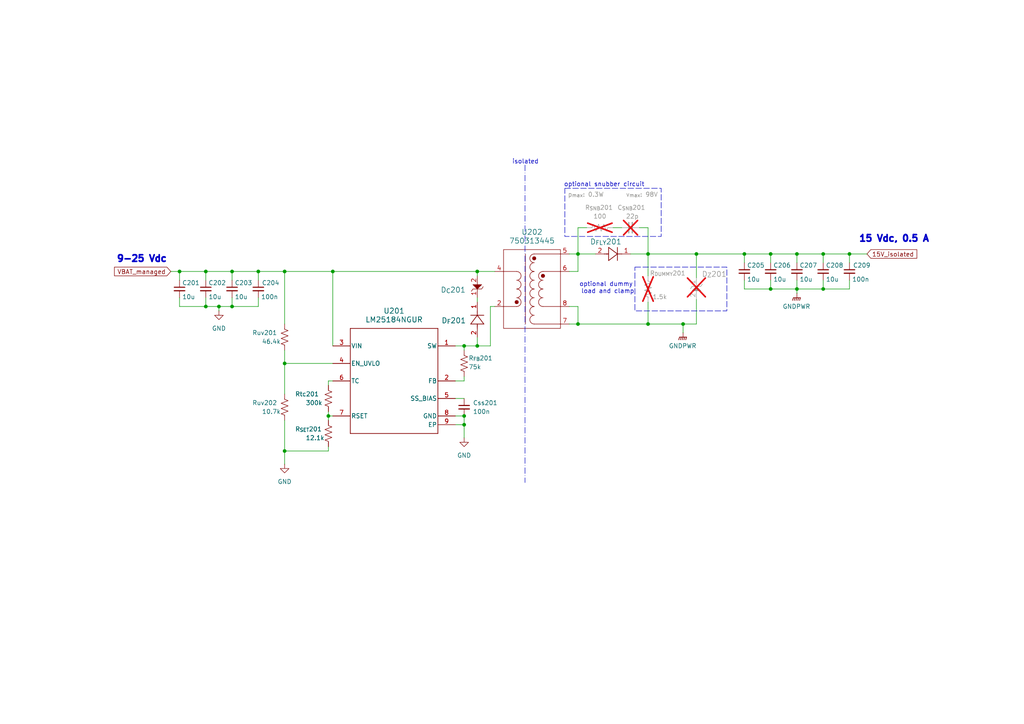
<source format=kicad_sch>
(kicad_sch (version 20231120) (generator "eeschema") (generator_version "8.0")
  (paper "A4")
  (lib_symbols
    (symbol "Device:C_Small" (pin_numbers hide) (pin_names (offset 0.254) hide)
      (property "Reference" "C" (at 0.254 1.778 0))
      (property "Value" "C_Small" (at 0.254 -2.032 0))
      (symbol "C_Small_0_1"
        (polyline (pts (xy -1.524 -0.508) (xy 1.524 -0.508)) (stroke (width 0.3302)))
        (polyline (pts (xy -1.524 0.508) (xy 1.524 0.508)) (stroke (width 0.3048)))
      )
      (symbol "C_Small_1_1"
        (pin passive line (at 0 2.54 270) (length 2.032) (name "~") (number "1"))
        (pin passive line (at 0 -2.54 90) (length 2.032) (name "~") (number "2"))
      )
    )
    (symbol "Device:R_US" (pin_numbers hide) (pin_names (offset 0))
      (property "Reference" "R" (at 2.54 0 90))
      (property "Value" "R_US" (at -2.54 0 90))
      (symbol "R_US_0_1"
        (polyline (pts (xy 0 -2.286) (xy 0 -2.54)))
        (polyline (pts (xy 0 2.286) (xy 0 2.54)))
        (polyline (pts (xy 0 -0.762) (xy 1.016 -1.143) (xy 0 -1.524) (xy -1.016 -1.905) (xy 0 -2.286)))
        (polyline (pts (xy 0 0.762) (xy 1.016 0.381) (xy 0 0) (xy -1.016 -0.381) (xy 0 -0.762)))
        (polyline (pts (xy 0 2.286) (xy 1.016 1.905) (xy 0 1.524) (xy -1.016 1.143) (xy 0 0.762)))
      )
      (symbol "R_US_1_1"
        (pin passive line (at 0 3.81 270) (length 1.27) (name "~") (number "1"))
        (pin passive line (at 0 -3.81 90) (length 1.27) (name "~") (number "2"))
      )
    )
    (symbol "dc_to_dc_LM25184NGUR:LM25184NGUR" (pin_names (offset 0.254))
      (property "Reference" "U" (at 17.78 9.398 0))
      (property "Value" "LM25184NGUR" (at 17.78 6.858 0))
      (symbol "LM25184NGUR_0_1"
        (polyline (pts (xy 5.08 -25.4) (xy 30.48 -25.4)) (stroke (width 0.2032)))
        (polyline (pts (xy 5.08 5.08) (xy 5.08 -25.4)) (stroke (width 0.2032)))
        (polyline (pts (xy 30.48 -25.4) (xy 30.48 5.08)) (stroke (width 0.2032)))
        (polyline (pts (xy 30.48 5.08) (xy 5.08 5.08)) (stroke (width 0.2032)))
        (pin unspecified line (at 35.56 -10.16 180) (length 5.08) (name "FB") (number "2"))
        (pin power_in line (at 0 0 0) (length 5.08) (name "VIN") (number "3"))
        (pin input line (at 0 -5.08 0) (length 5.08) (name "EN_UVLO") (number "4"))
        (pin unspecified line (at 35.56 -15.24 180) (length 5.08) (name "SS_BIAS") (number "5"))
        (pin unspecified line (at 0 -10.16 0) (length 5.08) (name "TC") (number "6"))
        (pin unspecified line (at 0 -20.32 0) (length 5.08) (name "RSET") (number "7"))
        (pin power_in line (at 35.56 -20.32 180) (length 5.08) (name "GND") (number "8"))
        (pin unspecified line (at 35.56 -22.86 180) (length 5.08) (name "EP") (number "9"))
      )
      (symbol "LM25184NGUR_1_1"
        (pin power_out line (at 35.56 0 180) (length 5.08) (name "SW") (number "1"))
      )
    )
    (symbol "power:GND" (power) (pin_numbers hide) (pin_names (offset 0) hide)
      (property "Value" "GND" (at 0 -3.81 0))
      (symbol "GND_0_1"
        (polyline (pts (xy 0 0) (xy 0 -1.27) (xy 1.27 -1.27) (xy 0 -2.54) (xy -1.27 -1.27) (xy 0 -1.27)))
      )
      (symbol "GND_1_1"
        (pin power_in line (at 0 0 270) (length 0) (name "~") (number "1"))
      )
    )
    (symbol "power:GNDPWR" (power) (pin_numbers hide) (pin_names (offset 0) hide)
      (property "Value" "GNDPWR" (at 0 -3.302 0))
      (symbol "GNDPWR_0_1"
        (polyline (pts (xy 0 -1.27) (xy 0 0)))
        (polyline (pts (xy -1.016 -1.27) (xy -1.27 -2.032) (xy -1.27 -2.032)) (stroke (width 0.2032)))
        (polyline (pts (xy -0.508 -1.27) (xy -0.762 -2.032) (xy -0.762 -2.032)) (stroke (width 0.2032)))
        (polyline (pts (xy 0 -1.27) (xy -0.254 -2.032) (xy -0.254 -2.032)) (stroke (width 0.2032)))
        (polyline (pts (xy 0.508 -1.27) (xy 0.254 -2.032) (xy 0.254 -2.032)) (stroke (width 0.2032)))
        (polyline (pts (xy 1.016 -1.27) (xy -1.016 -1.27) (xy -1.016 -1.27)) (stroke (width 0.2032)))
        (polyline (pts (xy 1.016 -1.27) (xy 0.762 -2.032) (xy 0.762 -2.032) (xy 0.762 -2.032)) (stroke (width 0.2032)))
      )
      (symbol "GNDPWR_1_1"
        (pin power_in line (at 0 0 270) (length 0) (name "~") (number "1"))
      )
    )
    (symbol "schottky_SK510A-LTP:SK510A-LTP" (pin_names (offset 0.254))
      (property "Reference" "CR" (at 5.08 4.445 0))
      (property "Value" "SK510A-LTP" (at 5.08 -3.81 0))
      (symbol "SK510A-LTP_1_1"
        (polyline (pts (xy 2.54 0) (xy 3.4798 0)) (stroke (width 0.2032)))
        (polyline (pts (xy 3.175 0) (xy 3.81 0)) (stroke (width 0.2032)))
        (polyline (pts (xy 3.81 -1.905) (xy 6.35 0)) (stroke (width 0.2032)))
        (polyline (pts (xy 3.81 1.905) (xy 3.81 -1.905)) (stroke (width 0.2032)))
        (polyline (pts (xy 6.35 -1.905) (xy 6.35 1.905)) (stroke (width 0.2032)))
        (polyline (pts (xy 6.35 0) (xy 3.81 1.905)) (stroke (width 0.2032)))
        (polyline (pts (xy 6.35 0) (xy 7.62 0)) (stroke (width 0.2032)))
        (pin unspecified line (at 10.16 0 180) (length 2.54) (name "") (number "1"))
        (pin unspecified line (at 0 0 0) (length 2.54) (name "") (number "2"))
      )
      (symbol "SK510A-LTP_1_2"
        (polyline (pts (xy -1.905 3.81) (xy 1.905 3.81)) (stroke (width 0.2032)))
        (polyline (pts (xy 0 2.54) (xy 0 3.4798)) (stroke (width 0.2032)))
        (polyline (pts (xy 0 3.175) (xy 0 3.81)) (stroke (width 0.2032)))
        (polyline (pts (xy 0 6.35) (xy -1.905 3.81)) (stroke (width 0.2032)))
        (polyline (pts (xy 0 6.35) (xy 0 7.62)) (stroke (width 0.2032)))
        (polyline (pts (xy 1.905 3.81) (xy 0 6.35)) (stroke (width 0.2032)))
        (polyline (pts (xy 1.905 6.35) (xy -1.905 6.35)) (stroke (width 0.2032)))
        (pin unspecified line (at 0 10.16 270) (length 2.54) (name "") (number "1"))
        (pin unspecified line (at 0 0 90) (length 2.54) (name "") (number "2"))
      )
    )
    (symbol "transformer_750313445:750313445" (pin_names (offset 0.254))
      (property "Reference" "U" (at 10.922 10.668 0))
      (property "Value" "750313445" (at 10.922 8.128 0))
      (symbol "750313445_0_1"
        (polyline (pts (xy 8.89 5.08) (xy 8.89 -15.24)))
        (arc (start 6.35 -10.16) (mid 7.62 -8.89) (end 6.35 -7.62))
        (arc (start 6.35 -7.62) (mid 7.62 -6.35) (end 6.35 -5.08))
        (arc (start 6.35 -5.08) (mid 7.62 -3.81) (end 6.35 -2.54))
        (arc (start 6.35 -2.54) (mid 7.62 -1.27) (end 6.35 0))
        (arc (start 11.43 -12.7) (mid 10.16 -13.97) (end 11.43 -15.24))
        (arc (start 11.43 -10.16) (mid 10.16 -11.43) (end 11.43 -12.7))
        (arc (start 11.43 -7.62) (mid 10.16 -8.89) (end 11.43 -10.16))
        (arc (start 11.43 -5.08) (mid 10.16 -6.35) (end 11.43 -7.62))
        (arc (start 11.43 -2.54) (mid 10.16 -3.81) (end 11.43 -5.08))
        (arc (start 11.43 0) (mid 10.16 -1.27) (end 11.43 -2.54))
        (arc (start 11.43 2.54) (mid 10.16 1.27) (end 11.43 0))
        (arc (start 11.43 5.08) (mid 10.16 3.81) (end 11.43 2.54))
        (arc (start 13.97 -7.62) (mid 12.7 -8.89) (end 13.97 -10.16))
        (arc (start 13.97 -5.08) (mid 12.7 -6.35) (end 13.97 -7.62))
        (arc (start 13.97 -2.54) (mid 12.7 -3.81) (end 13.97 -5.08))
        (arc (start 13.97 0) (mid 12.7 -1.27) (end 13.97 -2.54))
      )
      (symbol "750313445_1_1"
        (polyline (pts (xy 6.35 -10.16) (xy 2.54 -10.16)))
        (polyline (pts (xy 6.35 0) (xy 2.54 0)))
        (polyline (pts (xy 11.43 -15.24) (xy 19.05 -15.24)))
        (polyline (pts (xy 11.43 5.08) (xy 19.05 5.08)))
        (polyline (pts (xy 13.97 -10.16) (xy 19.05 -10.16)))
        (polyline (pts (xy 13.97 0) (xy 19.05 0)))
        (rectangle (start 2.54 6.35) (end 19.05 -16.51))
        (circle (center 6.35 -8.89) (radius 0.4945) (fill (type outline)))
        (circle (center 11.43 3.81) (radius 0.4945) (fill (type outline)))
        (circle (center 13.97 -1.27) (radius 0.4945) (fill (type outline)))
        (pin no_connect line (at 0 3.81 0) (length 2.54) hide (name "") (number "1"))
        (pin bidirectional line (at 0 -10.16 0) (length 2.54) (name "") (number "2"))
        (pin no_connect line (at 0 -5.08 0) (length 2.54) hide (name "") (number "3"))
        (pin bidirectional line (at 0 0 0) (length 2.54) (name "") (number "4"))
        (pin passive line (at 21.59 5.08 180) (length 2.54) (name "") (number "5"))
        (pin passive line (at 21.59 0 180) (length 2.54) (name "") (number "6"))
        (pin passive line (at 21.59 -15.24 180) (length 2.54) (name "") (number "7"))
        (pin passive line (at 21.59 -10.16 180) (length 2.54) (name "") (number "8"))
      )
    )
    (symbol "zener_PDZVTR9.1B:PDZVTR9.1B" (pin_names (offset 0.254))
      (property "Reference" "D" (at 3.302 3.556 0))
      (symbol "PDZVTR9.1B_1_1"
        (polyline (pts (xy 2.54 0) (xy 2.54 -1.27) (xy 3.2191 -1.7129)))
        (polyline (pts (xy 2.54 0) (xy 2.54 1.27) (xy 1.8609 1.7129)))
        (polyline (pts (xy 2.54 0) (xy 3.81 1.27) (xy 3.81 -1.27) (xy 2.54 0)) (fill (type outline)))
        (pin passive line (at 0 0 0) (length 2.54) (name "") (number "1"))
        (pin passive line (at 6.35 0 180) (length 2.54) (name "") (number "2"))
      )
    )
  )
  (junction (at 52.07 78.74))
  (junction (at 82.55 130.81))
  (junction (at 67.31 78.74))
  (junction (at 201.9899 73.66))
  (junction (at 59.69 78.74))
  (junction (at 231.14 83.82))
  (junction (at 167.64 93.98))
  (junction (at 187.96 93.98))
  (junction (at 238.76 83.82))
  (junction (at 223.52 73.66))
  (junction (at 59.69 88.9))
  (junction (at 198.12 93.98))
  (junction (at 134.62 123.19))
  (junction (at 67.31 88.9))
  (junction (at 63.5 88.9))
  (junction (at 138.43 100.33))
  (junction (at 215.9 73.66))
  (junction (at 223.52 83.82))
  (junction (at 238.76 73.66))
  (junction (at 95.25 120.65))
  (junction (at 167.64 73.66))
  (junction (at 246.38 73.66))
  (junction (at 74.93 78.74))
  (junction (at 231.14 73.66))
  (junction (at 82.55 78.74))
  (junction (at 96.52 78.74))
  (junction (at 138.43 78.74))
  (junction (at 82.55 105.41))
  (junction (at 134.62 120.65))
  (junction (at 134.62 100.33))
  (junction (at 187.96 73.66))
  (wire (pts (xy 215.9 73.66) (xy 215.9 76.2)))
  (wire (pts (xy 74.93 86.36) (xy 74.93 88.9)))
  (wire (pts (xy 134.62 101.6) (xy 134.62 100.33)))
  (wire (pts (xy 82.55 130.81) (xy 95.25 130.81)))
  (wire (pts (xy 231.14 73.66) (xy 238.76 73.66)))
  (wire (pts (xy 96.52 78.74) (xy 138.43 78.74)))
  (wire (pts (xy 138.43 100.33) (xy 142.24 100.33)))
  (wire (pts (xy 138.43 86.36) (xy 138.43 87.63)))
  (wire (pts (xy 165.1 78.74) (xy 167.64 78.74)))
  (wire (pts (xy 134.62 110.49) (xy 134.62 109.22)))
  (wire (pts (xy 238.76 81.28) (xy 238.76 83.82)))
  (wire (pts (xy 187.96 66.04) (xy 187.96 73.66)))
  (wire (pts (xy 246.38 81.28) (xy 246.38 83.82)))
  (wire (pts (xy 96.52 78.74) (xy 96.52 100.33)))
  (wire (pts (xy 67.31 78.74) (xy 67.31 81.28)))
  (wire (pts (xy 82.55 101.6) (xy 82.55 105.41)))
  (wire (pts (xy 82.55 130.81) (xy 82.55 134.62)))
  (wire (pts (xy 63.5 88.9) (xy 59.69 88.9)))
  (wire (pts (xy 138.43 78.74) (xy 143.51 78.74)))
  (wire (pts (xy 96.52 120.65) (xy 95.25 120.65)))
  (wire (pts (xy 201.9899 93.98) (xy 198.12 93.98)))
  (wire (pts (xy 67.31 86.36) (xy 67.31 88.9)))
  (wire (pts (xy 96.52 110.49) (xy 95.25 110.49)))
  (wire (pts (xy 238.76 73.66) (xy 238.76 76.2)))
  (wire (pts (xy 59.69 88.9) (xy 59.69 86.36)))
  (wire (pts (xy 167.64 93.98) (xy 187.96 93.98)))
  (wire (pts (xy 134.62 123.19) (xy 134.62 127)))
  (wire (pts (xy 132.08 100.33) (xy 134.62 100.33)))
  (wire (pts (xy 82.55 105.41) (xy 82.55 114.3)))
  (wire (pts (xy 82.55 105.41) (xy 96.52 105.41)))
  (wire (pts (xy 132.08 110.49) (xy 134.62 110.49)))
  (wire (pts (xy 52.07 86.36) (xy 52.07 88.9)))
  (wire (pts (xy 74.93 78.74) (xy 82.55 78.74)))
  (wire (pts (xy 246.38 73.66) (xy 251.46 73.66)))
  (wire (pts (xy 215.9 73.66) (xy 223.52 73.66)))
  (wire (pts (xy 177.8 66.04) (xy 180.34 66.04)))
  (wire (pts (xy 59.69 78.74) (xy 67.31 78.74)))
  (wire (pts (xy 165.1 73.66) (xy 167.64 73.66)))
  (wire (pts (xy 138.43 97.79) (xy 138.43 100.33)))
  (wire (pts (xy 231.14 81.28) (xy 231.14 83.82)))
  (wire (pts (xy 215.9 83.82) (xy 215.9 81.28)))
  (wire (pts (xy 49.53 78.74) (xy 52.07 78.74)))
  (wire (pts (xy 132.08 115.57) (xy 134.62 115.57)))
  (wire (pts (xy 223.52 81.28) (xy 223.52 83.82)))
  (wire (pts (xy 82.55 121.92) (xy 82.55 130.81)))
  (wire (pts (xy 134.62 100.33) (xy 138.43 100.33)))
  (wire (pts (xy 82.55 78.74) (xy 96.52 78.74)))
  (wire (pts (xy 187.96 80.01) (xy 187.96 73.66)))
  (wire (pts (xy 52.07 78.74) (xy 59.69 78.74)))
  (wire (pts (xy 63.5 88.9) (xy 67.31 88.9)))
  (wire (pts (xy 201.9899 86.8795) (xy 201.9899 93.98)))
  (wire (pts (xy 132.08 120.65) (xy 134.62 120.65)))
  (wire (pts (xy 95.25 119.38) (xy 95.25 120.65)))
  (wire (pts (xy 95.25 129.54) (xy 95.25 130.81)))
  (wire (pts (xy 142.24 88.9) (xy 143.51 88.9)))
  (wire (pts (xy 246.38 83.82) (xy 238.76 83.82)))
  (wire (pts (xy 231.14 83.82) (xy 238.76 83.82)))
  (wire (pts (xy 63.5 88.9) (xy 63.5 90.17)))
  (wire (pts (xy 167.64 73.66) (xy 167.64 78.74)))
  (wire (pts (xy 134.62 120.65) (xy 134.62 123.19)))
  (wire (pts (xy 231.14 73.66) (xy 231.14 76.2)))
  (wire (pts (xy 138.43 78.74) (xy 138.43 80.01)))
  (wire (pts (xy 182.88 73.66) (xy 187.96 73.66)))
  (wire (pts (xy 59.69 78.74) (xy 59.69 81.28)))
  (wire (pts (xy 215.9 83.82) (xy 223.52 83.82)))
  (wire (pts (xy 52.07 88.9) (xy 59.69 88.9)))
  (wire (pts (xy 223.52 83.82) (xy 231.14 83.82)))
  (wire (pts (xy 187.96 87.63) (xy 187.96 93.98)))
  (wire (pts (xy 246.38 73.66) (xy 246.38 76.2)))
  (wire (pts (xy 95.25 110.49) (xy 95.25 111.76)))
  (wire (pts (xy 165.1 93.98) (xy 167.64 93.98)))
  (wire (pts (xy 223.52 73.66) (xy 223.52 76.2)))
  (wire (pts (xy 198.12 93.98) (xy 198.12 96.52)))
  (wire (pts (xy 82.55 78.74) (xy 82.55 93.98)))
  (wire (pts (xy 67.31 88.9) (xy 74.93 88.9)))
  (wire (pts (xy 142.24 88.9) (xy 142.24 100.33)))
  (wire (pts (xy 167.64 88.9) (xy 167.64 93.98)))
  (wire (pts (xy 67.31 78.74) (xy 74.93 78.74)))
  (wire (pts (xy 170.18 66.04) (xy 167.64 66.04)))
  (polyline (pts (xy 152.273 47.879) (xy 152.273 139.954)) (stroke (width 0) (type dash_dot) (color 4 5 195 0.5)))
  (wire (pts (xy 132.08 123.19) (xy 134.62 123.19)))
  (wire (pts (xy 167.64 66.04) (xy 167.64 73.66)))
  (wire (pts (xy 167.64 73.66) (xy 172.72 73.66)))
  (wire (pts (xy 187.96 93.98) (xy 198.12 93.98)))
  (wire (pts (xy 52.07 78.74) (xy 52.07 81.28)))
  (wire (pts (xy 95.25 120.65) (xy 95.25 121.92)))
  (wire (pts (xy 74.93 78.74) (xy 74.93 81.28)))
  (wire (pts (xy 187.96 73.66) (xy 201.9899 73.66)))
  (wire (pts (xy 201.9899 73.66) (xy 201.9899 80.5295)))
  (wire (pts (xy 223.52 73.66) (xy 231.14 73.66)))
  (wire (pts (xy 165.1 88.9) (xy 167.64 88.9)))
  (wire (pts (xy 231.14 83.82) (xy 231.14 85.09)))
  (wire (pts (xy 201.9899 73.66) (xy 215.9 73.66)))
  (wire (pts (xy 238.76 73.66) (xy 246.38 73.66)))
  (wire (pts (xy 185.42 66.04) (xy 187.96 66.04)))
  (rectangle (start 184.15 77.47) (end 210.82 90.17) (stroke (width 0) (type dash)))
  (rectangle (start 163.83 54.61) (end 191.77 68.58) (stroke (width 0) (type dash)))
  (text "optional snubber circuit" (at 175.26 53.594 0) (effects (font (size 1.27 1.27))))
  (text "optional dummy \nload and clamp" (at 176.276 83.566 0) (effects (font (size 1.27 1.27))))
  (text "9-25 Vdc" (at 41.148 75.184 0) (effects (font (size 1.905 1.905) (thickness 0.508) (bold yes))))
  (text "isolated\n" (at 152.4 46.99 0) (effects (font (size 1.27 1.27))))
  (text "p_{max}: 0.3W" (at 169.926 56.642 0) (effects (font (size 1.27 1.27))))
  (text "15 Vdc, 0.5 A" (at 259.334 69.342 0) (effects (font (size 1.905 1.905) (thickness 0.508) (bold yes))))
  (text "v_{max}: 98V" (at 186.182 56.642 0) (effects (font (size 1.27 1.27))))
  (global_label "15V_isolated" (shape input) (at 251.46 73.66 0) (property "Intersheetrefs" "${INTERSHEET_REFS}" (effects (hide yes))))
  (global_label "VBAT_managed" (shape input) (at 49.53 78.74 180) (property "Intersheetrefs" "${INTERSHEET_REFS}" (effects (hide yes))))
  (symbol (lib_id "Device:R_US") (at 82.55 97.79 0) (unit 1)
    (property "Reference" "Ruv201" (at 73.152 96.52 0) (effects (justify left)))
    (property "Value" "46.4k" (at 75.946 99.06 0) (effects (justify left)))
    (property "Footprint" "Resistor_SMD:R_0402_1005Metric" (effects (hide yes)))
    (property "Description" "Resistor, US symbol" (effects (hide yes)))
  )
  (symbol (lib_id "Device:R_US") (at 173.99 66.04 90) (unit 1) (dnp yes)
    (property "Reference" "R_{SNB}201" (at 173.736 60.198 90))
    (property "Value" "100" (at 173.99 62.738 90))
    (property "Footprint" "Resistor_SMD:R_0402_1005Metric" (effects (hide yes)))
    (property "Description" "Resistor, US symbol" (effects (hide yes)))
  )
  (symbol (lib_id "zener_PDZVTR9.1B:PDZVTR9.1B") (at 201.9899 80.5295 270) (unit 1) (dnp yes)
    (property "Reference" "D_{Z}201" (at 210.82 79.502 90) (effects (font (size 1.524 1.524)) (justify right)))
    (property "Value" "PDZVTR9.1B" (effects (hide yes)))
    (property "Footprint" "zener_PDZVTR9.1B:DIO_PDZVTFT_ROM" (effects (hide yes)))
    (property "Datasheet" "PDZVTR9.1B" (effects (hide yes)))
  )
  (symbol (lib_id "Device:C_Small") (at 223.52 78.74 0) (unit 1)
    (property "Reference" "C206" (at 224.282 76.962 0) (effects (justify left)))
    (property "Value" "10u" (at 224.282 81.026 0) (effects (justify left)))
    (property "Footprint" "Capacitor_SMD:C_1206_3216Metric" (effects (hide yes)))
    (property "Description" "Unpolarized capacitor, small symbol" (effects (hide yes)))
  )
  (symbol (lib_id "Device:R_US") (at 134.62 105.41 0) (unit 1)
    (property "Reference" "R_{FB}201" (at 135.89 103.886 0) (effects (justify left)))
    (property "Value" "75k" (at 135.89 106.426 0) (effects (justify left)))
    (property "Footprint" "Resistor_SMD:R_0402_1005Metric" (effects (hide yes)))
    (property "Description" "Resistor, US symbol" (effects (hide yes)))
  )
  (symbol (lib_id "schottky_SK510A-LTP:SK510A-LTP") (at 172.72 73.66 0) (unit 1)
    (property "Reference" "D_{FLY}201" (at 180.34 70.104 0) (effects (font (size 1.524 1.524)) (justify right)))
    (property "Value" "SK510A-LTP" (effects (hide yes)))
    (property "Footprint" "schottky_SK510A-LTP:SMADO-214AC_LEAD-FRAME_MCC" (effects (hide yes)))
    (property "Datasheet" "SK510A-LTP" (effects (hide yes)))
  )
  (symbol (lib_id "Device:R_US") (at 187.96 83.82 180) (unit 1) (dnp yes)
    (property "Reference" "R_{DUMMY}201" (at 188.468 79.248 0) (effects (justify right)))
    (property "Value" "1.5k" (at 189.23 86.106 0) (effects (justify right)))
    (property "Footprint" "Resistor_SMD:R_0402_1005Metric" (effects (hide yes)))
    (property "Description" "Resistor, US symbol" (effects (hide yes)))
  )
  (symbol (lib_id "Device:C_Small") (at 246.38 78.74 0) (unit 1)
    (property "Reference" "C209" (at 247.396 76.962 0) (effects (justify left)))
    (property "Value" "100n" (at 247.142 81.026 0) (effects (justify left)))
    (property "Footprint" "Capacitor_SMD:C_0402_1005Metric" (effects (hide yes)))
    (property "Description" "Unpolarized capacitor, small symbol" (effects (hide yes)))
  )
  (symbol (lib_id "Device:R_US") (at 95.25 115.57 0) (unit 1)
    (property "Reference" "Rtc201" (at 85.598 114.3 0) (effects (justify left)))
    (property "Value" "300k" (at 88.646 116.84 0) (effects (justify left)))
    (property "Footprint" "Resistor_SMD:R_0402_1005Metric" (effects (hide yes)))
    (property "Description" "Resistor, US symbol" (effects (hide yes)))
  )
  (symbol (lib_id "power:GNDPWR") (at 198.12 96.52 0) (unit 1)
    (property "Reference" "#PWR0204" (effects (hide yes)))
    (property "Value" "GNDPWR" (at 197.993 100.33 0))
    (property "Description" "Power symbol creates a global label with name \"GNDPWR\" , global ground" (effects (hide yes)))
  )
  (symbol (lib_id "Device:C_Small") (at 182.88 66.04 90) (unit 1) (dnp yes)
    (property "Reference" "C_{SNB}201" (at 183.134 60.198 90))
    (property "Value" "22p" (at 183.388 62.738 90))
    (property "Footprint" "Capacitor_SMD:C_0402_1005Metric" (effects (hide yes)))
    (property "Description" "Unpolarized capacitor, small symbol" (effects (hide yes)))
  )
  (symbol (lib_id "power:GND") (at 63.5 90.17 0) (unit 1)
    (property "Reference" "#PWR0201" (effects (hide yes)))
    (property "Value" "GND" (at 63.5 95.25 0))
    (property "Description" "Power symbol creates a global label with name \"GND\" , ground" (effects (hide yes)))
  )
  (symbol (lib_id "Device:R_US") (at 95.25 125.73 0) (unit 1)
    (property "Reference" "R_{SET}201" (at 85.598 124.46 0) (effects (justify left)))
    (property "Value" "12.1k" (at 88.646 127 0) (effects (justify left)))
    (property "Footprint" "Resistor_SMD:R_0402_1005Metric" (effects (hide yes)))
    (property "Description" "Resistor, US symbol" (effects (hide yes)))
  )
  (symbol (lib_id "Device:C_Small") (at 231.14 78.74 0) (unit 1)
    (property "Reference" "C207" (at 231.902 76.962 0) (effects (justify left)))
    (property "Value" "10u" (at 231.902 81.026 0) (effects (justify left)))
    (property "Footprint" "Capacitor_SMD:C_1206_3216Metric" (effects (hide yes)))
    (property "Description" "Unpolarized capacitor, small symbol" (effects (hide yes)))
  )
  (symbol (lib_id "schottky_SK510A-LTP:SK510A-LTP") (at 138.43 97.79 90) (unit 1)
    (property "Reference" "D_{F}201" (at 128.016 92.964 90) (effects (font (size 1.524 1.524)) (justify right)))
    (property "Value" "SK510A-LTP" (effects (hide yes)))
    (property "Footprint" "schottky_SK510A-LTP:SMADO-214AC_LEAD-FRAME_MCC" (effects (hide yes)))
    (property "Datasheet" "SK510A-LTP" (effects (hide yes)))
  )
  (symbol (lib_id "Device:C_Small") (at 59.69 83.82 0) (unit 1)
    (property "Reference" "C202" (at 60.452 82.042 0) (effects (justify left)))
    (property "Value" "10u" (at 60.452 86.106 0) (effects (justify left)))
    (property "Footprint" "Capacitor_SMD:C_1206_3216Metric" (effects (hide yes)))
    (property "Description" "Unpolarized capacitor, small symbol" (effects (hide yes)))
  )
  (symbol (lib_id "power:GND") (at 134.62 127 0) (unit 1)
    (property "Reference" "#PWR0203" (effects (hide yes)))
    (property "Value" "GND" (at 134.62 132.08 0))
    (property "Description" "Power symbol creates a global label with name \"GND\" , ground" (effects (hide yes)))
  )
  (symbol (lib_id "Device:R_US") (at 82.55 118.11 0) (unit 1)
    (property "Reference" "Ruv202" (at 73.152 116.84 0) (effects (justify left)))
    (property "Value" "10.7k" (at 75.946 119.38 0) (effects (justify left)))
    (property "Footprint" "Resistor_SMD:R_0402_1005Metric" (effects (hide yes)))
    (property "Description" "Resistor, US symbol" (effects (hide yes)))
  )
  (symbol (lib_id "zener_PDZVTR9.1B:PDZVTR9.1B") (at 138.43 86.36 90) (unit 1)
    (property "Reference" "D_{C}201" (at 127.762 84.074 90) (effects (font (size 1.524 1.524)) (justify right)))
    (property "Value" "PDZVTR9.1B" (effects (hide yes)))
    (property "Footprint" "zener_PDZVTR9.1B:DIO_PDZVTFT_ROM" (effects (hide yes)))
    (property "Datasheet" "PDZVTR9.1B" (effects (hide yes)))
  )
  (symbol (lib_id "Device:C_Small") (at 215.9 78.74 0) (unit 1)
    (property "Reference" "C205" (at 216.662 76.962 0) (effects (justify left)))
    (property "Value" "10u" (at 216.662 81.026 0) (effects (justify left)))
    (property "Footprint" "Capacitor_SMD:C_1206_3216Metric" (effects (hide yes)))
    (property "Description" "Unpolarized capacitor, small symbol" (effects (hide yes)))
  )
  (symbol (lib_id "Device:C_Small") (at 134.62 118.11 0) (unit 1)
    (property "Reference" "Css201" (at 137.16 116.8462 0) (effects (justify left)))
    (property "Value" "100n" (at 137.16 119.3862 0) (effects (justify left)))
    (property "Footprint" "Capacitor_SMD:C_0402_1005Metric" (effects (hide yes)))
    (property "Description" "Unpolarized capacitor, small symbol" (effects (hide yes)))
  )
  (symbol (lib_id "transformer_750313445:750313445") (at 143.51 78.74 0) (unit 1)
    (property "Reference" "U202" (at 154.305 67.31 0) (effects (font (size 1.524 1.524))))
    (property "Value" "750313445" (at 154.305 69.85 0) (effects (font (size 1.524 1.524))))
    (property "Footprint" "transformer_750313445:SOIC_13445_WRE" (effects (hide yes)))
    (property "Datasheet" "750313445" (effects (hide yes)))
  )
  (symbol (lib_id "power:GND") (at 82.55 134.62 0) (unit 1)
    (property "Reference" "#PWR0202" (effects (hide yes)))
    (property "Value" "GND" (at 82.55 139.7 0))
    (property "Description" "Power symbol creates a global label with name \"GND\" , ground" (effects (hide yes)))
  )
  (symbol (lib_id "power:GNDPWR") (at 231.14 85.09 0) (unit 1)
    (property "Reference" "#PWR0205" (effects (hide yes)))
    (property "Value" "GNDPWR" (at 231.013 88.9 0))
    (property "Description" "Power symbol creates a global label with name \"GNDPWR\" , global ground" (effects (hide yes)))
  )
  (symbol (lib_id "Device:C_Small") (at 67.31 83.82 0) (unit 1)
    (property "Reference" "C203" (at 68.072 82.042 0) (effects (justify left)))
    (property "Value" "10u" (at 68.072 86.106 0) (effects (justify left)))
    (property "Footprint" "Capacitor_SMD:C_1206_3216Metric" (effects (hide yes)))
    (property "Description" "Unpolarized capacitor, small symbol" (effects (hide yes)))
  )
  (symbol (lib_id "Device:C_Small") (at 74.93 83.82 0) (unit 1)
    (property "Reference" "C204" (at 75.946 82.042 0) (effects (justify left)))
    (property "Value" "100n" (at 75.692 86.106 0) (effects (justify left)))
    (property "Footprint" "Capacitor_SMD:C_0402_1005Metric" (effects (hide yes)))
    (property "Description" "Unpolarized capacitor, small symbol" (effects (hide yes)))
  )
  (symbol (lib_id "Device:C_Small") (at 238.76 78.74 0) (unit 1)
    (property "Reference" "C208" (at 239.522 76.962 0) (effects (justify left)))
    (property "Value" "10u" (at 239.522 81.026 0) (effects (justify left)))
    (property "Footprint" "Capacitor_SMD:C_1206_3216Metric" (effects (hide yes)))
    (property "Description" "Unpolarized capacitor, small symbol" (effects (hide yes)))
  )
  (symbol (lib_id "Device:C_Small") (at 52.07 83.82 0) (unit 1)
    (property "Reference" "C201" (at 52.832 82.042 0) (effects (justify left)))
    (property "Value" "10u" (at 52.832 86.106 0) (effects (justify left)))
    (property "Footprint" "Capacitor_SMD:C_1206_3216Metric" (effects (hide yes)))
    (property "Description" "Unpolarized capacitor, small symbol" (effects (hide yes)))
  )
  (symbol (lib_id "dc_to_dc_LM25184NGUR:LM25184NGUR") (at 96.52 100.33 0) (unit 1)
    (property "Reference" "U201" (at 114.3 90.17 0) (effects (font (size 1.524 1.524))))
    (property "Value" "LM25184NGUR" (at 114.3 92.71 0) (effects (font (size 1.524 1.524))))
    (property "Footprint" "dc_to_dc_LM25184NGUR:NGU0008C-IPC_A" (effects (hide yes)))
    (property "Datasheet" "LM25184NGUR" (effects (hide yes)))
  )
)
</source>
